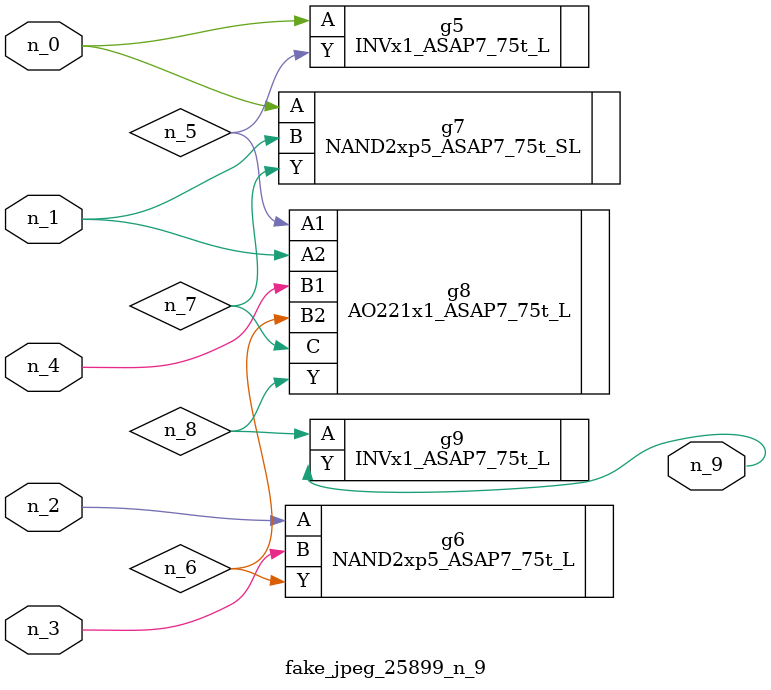
<source format=v>
module fake_jpeg_25899_n_9 (n_3, n_2, n_1, n_0, n_4, n_9);

input n_3;
input n_2;
input n_1;
input n_0;
input n_4;

output n_9;

wire n_8;
wire n_6;
wire n_5;
wire n_7;

INVx1_ASAP7_75t_L g5 ( 
.A(n_0),
.Y(n_5)
);

NAND2xp5_ASAP7_75t_L g6 ( 
.A(n_2),
.B(n_3),
.Y(n_6)
);

NAND2xp5_ASAP7_75t_SL g7 ( 
.A(n_0),
.B(n_1),
.Y(n_7)
);

AO221x1_ASAP7_75t_L g8 ( 
.A1(n_5),
.A2(n_1),
.B1(n_4),
.B2(n_6),
.C(n_7),
.Y(n_8)
);

INVx1_ASAP7_75t_L g9 ( 
.A(n_8),
.Y(n_9)
);


endmodule
</source>
